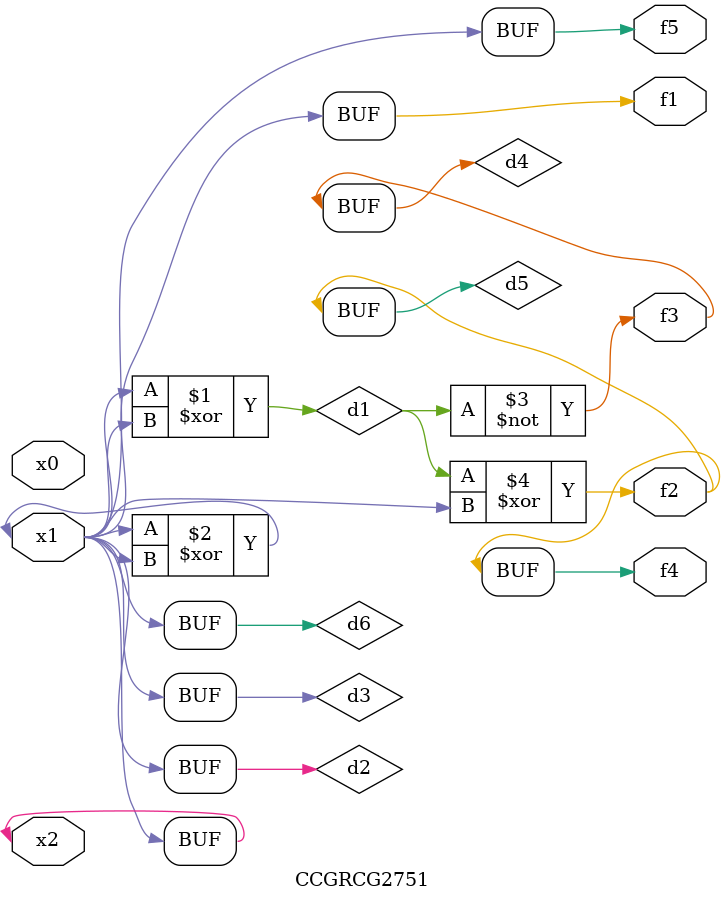
<source format=v>
module CCGRCG2751(
	input x0, x1, x2,
	output f1, f2, f3, f4, f5
);

	wire d1, d2, d3, d4, d5, d6;

	xor (d1, x1, x2);
	buf (d2, x1, x2);
	xor (d3, x1, x2);
	nor (d4, d1);
	xor (d5, d1, d2);
	buf (d6, d2, d3);
	assign f1 = d6;
	assign f2 = d5;
	assign f3 = d4;
	assign f4 = d5;
	assign f5 = d6;
endmodule

</source>
